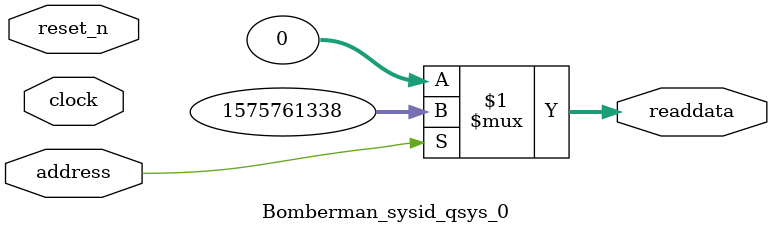
<source format=v>



// synthesis translate_off
`timescale 1ns / 1ps
// synthesis translate_on

// turn off superfluous verilog processor warnings 
// altera message_level Level1 
// altera message_off 10034 10035 10036 10037 10230 10240 10030 

module Bomberman_sysid_qsys_0 (
               // inputs:
                address,
                clock,
                reset_n,

               // outputs:
                readdata
             )
;

  output  [ 31: 0] readdata;
  input            address;
  input            clock;
  input            reset_n;

  wire    [ 31: 0] readdata;
  //control_slave, which is an e_avalon_slave
  assign readdata = address ? 1575761338 : 0;

endmodule



</source>
